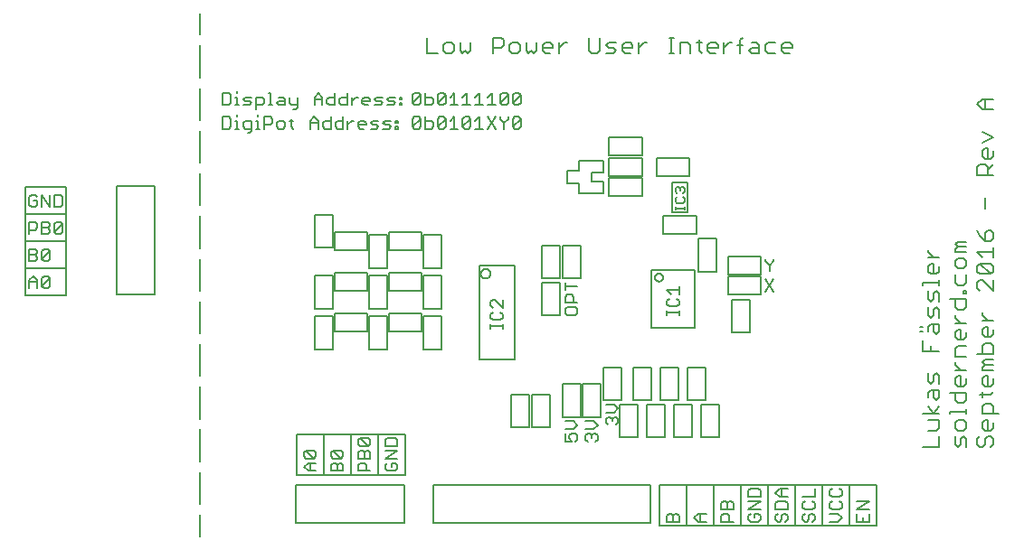
<source format=gto>
G75*
%MOIN*%
%OFA0B0*%
%FSLAX25Y25*%
%IPPOS*%
%LPD*%
%AMOC8*
5,1,8,0,0,1.08239X$1,22.5*
%
%ADD10C,0.00591*%
%ADD11C,0.00600*%
%ADD12C,0.00800*%
D10*
X0122083Y0002022D02*
X0122083Y0009896D01*
X0122083Y0013833D02*
X0122083Y0025644D01*
X0122083Y0029581D02*
X0122083Y0041392D01*
X0122083Y0045329D02*
X0122083Y0057140D01*
X0122083Y0061077D02*
X0122083Y0072888D01*
X0122083Y0076825D02*
X0122083Y0088636D01*
X0122083Y0092573D02*
X0122083Y0104385D01*
X0122083Y0108322D02*
X0122083Y0120133D01*
X0122083Y0124070D02*
X0122083Y0135881D01*
X0122083Y0139818D02*
X0122083Y0151629D01*
X0122083Y0155566D02*
X0122083Y0167377D01*
X0122083Y0171314D02*
X0122083Y0183125D01*
X0122083Y0187062D02*
X0122083Y0194936D01*
X0105461Y0131274D02*
X0091461Y0131274D01*
X0091461Y0091274D01*
X0105461Y0091274D01*
X0105461Y0131274D01*
X0072595Y0130772D02*
X0072595Y0120772D01*
X0057595Y0120772D01*
X0057595Y0110772D01*
X0072595Y0110772D01*
X0072595Y0120772D01*
X0072595Y0130772D02*
X0057595Y0130772D01*
X0057595Y0120772D01*
X0057595Y0110772D02*
X0057595Y0100772D01*
X0072595Y0100772D01*
X0072595Y0110772D01*
X0072595Y0100772D02*
X0072595Y0090772D01*
X0057595Y0090772D01*
X0057595Y0100772D01*
X0164249Y0098125D02*
X0164249Y0085920D01*
X0170942Y0085920D01*
X0170942Y0098125D01*
X0164249Y0098125D01*
X0171493Y0099119D02*
X0171493Y0092426D01*
X0183698Y0092426D01*
X0183698Y0099119D01*
X0171493Y0099119D01*
X0184249Y0098125D02*
X0184249Y0085920D01*
X0190942Y0085920D01*
X0190942Y0098125D01*
X0184249Y0098125D01*
X0184249Y0100920D02*
X0190942Y0100920D01*
X0190942Y0113125D01*
X0184249Y0113125D01*
X0184249Y0100920D01*
X0191493Y0099119D02*
X0191493Y0092426D01*
X0203698Y0092426D01*
X0203698Y0099119D01*
X0191493Y0099119D01*
X0204249Y0098125D02*
X0210942Y0098125D01*
X0210942Y0085920D01*
X0204249Y0085920D01*
X0204249Y0098125D01*
X0204249Y0100920D02*
X0210942Y0100920D01*
X0210942Y0113125D01*
X0204249Y0113125D01*
X0204249Y0100920D01*
X0203698Y0107426D02*
X0191493Y0107426D01*
X0191493Y0114119D01*
X0203698Y0114119D01*
X0203698Y0107426D01*
X0224849Y0101747D02*
X0237841Y0101747D01*
X0237841Y0067298D01*
X0224849Y0067298D01*
X0224849Y0101747D01*
X0225463Y0098897D02*
X0225465Y0098980D01*
X0225471Y0099064D01*
X0225481Y0099147D01*
X0225494Y0099229D01*
X0225512Y0099311D01*
X0225534Y0099391D01*
X0225559Y0099471D01*
X0225588Y0099549D01*
X0225620Y0099626D01*
X0225657Y0099702D01*
X0225696Y0099775D01*
X0225740Y0099846D01*
X0225786Y0099916D01*
X0225836Y0099983D01*
X0225889Y0100048D01*
X0225944Y0100110D01*
X0226003Y0100169D01*
X0226065Y0100226D01*
X0226129Y0100279D01*
X0226195Y0100330D01*
X0226264Y0100377D01*
X0226335Y0100421D01*
X0226408Y0100462D01*
X0226483Y0100499D01*
X0226559Y0100532D01*
X0226637Y0100562D01*
X0226717Y0100588D01*
X0226797Y0100611D01*
X0226878Y0100629D01*
X0226961Y0100644D01*
X0227043Y0100655D01*
X0227127Y0100662D01*
X0227210Y0100665D01*
X0227294Y0100664D01*
X0227377Y0100659D01*
X0227460Y0100650D01*
X0227543Y0100637D01*
X0227624Y0100621D01*
X0227705Y0100600D01*
X0227785Y0100576D01*
X0227864Y0100548D01*
X0227941Y0100516D01*
X0228017Y0100481D01*
X0228091Y0100442D01*
X0228163Y0100400D01*
X0228233Y0100354D01*
X0228300Y0100305D01*
X0228366Y0100253D01*
X0228428Y0100198D01*
X0228489Y0100140D01*
X0228546Y0100079D01*
X0228600Y0100016D01*
X0228651Y0099950D01*
X0228700Y0099881D01*
X0228744Y0099811D01*
X0228786Y0099738D01*
X0228824Y0099664D01*
X0228858Y0099588D01*
X0228889Y0099510D01*
X0228916Y0099431D01*
X0228940Y0099351D01*
X0228959Y0099270D01*
X0228975Y0099188D01*
X0228987Y0099105D01*
X0228995Y0099022D01*
X0228999Y0098939D01*
X0228999Y0098855D01*
X0228995Y0098772D01*
X0228987Y0098689D01*
X0228975Y0098606D01*
X0228959Y0098524D01*
X0228940Y0098443D01*
X0228916Y0098363D01*
X0228889Y0098284D01*
X0228858Y0098206D01*
X0228824Y0098130D01*
X0228786Y0098056D01*
X0228744Y0097983D01*
X0228700Y0097913D01*
X0228651Y0097844D01*
X0228600Y0097778D01*
X0228546Y0097715D01*
X0228489Y0097654D01*
X0228428Y0097596D01*
X0228366Y0097541D01*
X0228300Y0097489D01*
X0228233Y0097440D01*
X0228163Y0097394D01*
X0228091Y0097352D01*
X0228017Y0097313D01*
X0227941Y0097278D01*
X0227864Y0097246D01*
X0227785Y0097218D01*
X0227705Y0097194D01*
X0227624Y0097173D01*
X0227543Y0097157D01*
X0227460Y0097144D01*
X0227377Y0097135D01*
X0227294Y0097130D01*
X0227210Y0097129D01*
X0227127Y0097132D01*
X0227043Y0097139D01*
X0226961Y0097150D01*
X0226878Y0097165D01*
X0226797Y0097183D01*
X0226717Y0097206D01*
X0226637Y0097232D01*
X0226559Y0097262D01*
X0226483Y0097295D01*
X0226408Y0097332D01*
X0226335Y0097373D01*
X0226264Y0097417D01*
X0226195Y0097464D01*
X0226129Y0097515D01*
X0226065Y0097568D01*
X0226003Y0097625D01*
X0225944Y0097684D01*
X0225889Y0097746D01*
X0225836Y0097811D01*
X0225786Y0097878D01*
X0225740Y0097948D01*
X0225696Y0098019D01*
X0225657Y0098092D01*
X0225620Y0098168D01*
X0225588Y0098245D01*
X0225559Y0098323D01*
X0225534Y0098403D01*
X0225512Y0098483D01*
X0225494Y0098565D01*
X0225481Y0098647D01*
X0225471Y0098730D01*
X0225465Y0098814D01*
X0225463Y0098897D01*
X0247999Y0097170D02*
X0247999Y0109375D01*
X0254692Y0109375D01*
X0254692Y0097170D01*
X0247999Y0097170D01*
X0247999Y0095625D02*
X0254692Y0095625D01*
X0254692Y0083420D01*
X0247999Y0083420D01*
X0247999Y0095625D01*
X0255499Y0097170D02*
X0262192Y0097170D01*
X0262192Y0109375D01*
X0255499Y0109375D01*
X0255499Y0097170D01*
X0288471Y0100152D02*
X0304219Y0100152D01*
X0304219Y0078892D01*
X0288471Y0078892D01*
X0288471Y0100152D01*
X0289653Y0097495D02*
X0289655Y0097572D01*
X0289661Y0097648D01*
X0289671Y0097724D01*
X0289685Y0097799D01*
X0289702Y0097874D01*
X0289724Y0097947D01*
X0289749Y0098020D01*
X0289779Y0098091D01*
X0289811Y0098160D01*
X0289848Y0098227D01*
X0289887Y0098293D01*
X0289930Y0098356D01*
X0289977Y0098417D01*
X0290026Y0098476D01*
X0290079Y0098532D01*
X0290134Y0098585D01*
X0290192Y0098635D01*
X0290252Y0098682D01*
X0290315Y0098726D01*
X0290380Y0098767D01*
X0290447Y0098804D01*
X0290516Y0098838D01*
X0290586Y0098868D01*
X0290658Y0098894D01*
X0290732Y0098916D01*
X0290806Y0098935D01*
X0290881Y0098950D01*
X0290957Y0098961D01*
X0291033Y0098968D01*
X0291110Y0098971D01*
X0291186Y0098970D01*
X0291263Y0098965D01*
X0291339Y0098956D01*
X0291415Y0098943D01*
X0291489Y0098926D01*
X0291563Y0098906D01*
X0291636Y0098881D01*
X0291707Y0098853D01*
X0291777Y0098821D01*
X0291845Y0098786D01*
X0291911Y0098747D01*
X0291975Y0098705D01*
X0292036Y0098659D01*
X0292096Y0098610D01*
X0292152Y0098559D01*
X0292206Y0098504D01*
X0292257Y0098447D01*
X0292305Y0098387D01*
X0292350Y0098325D01*
X0292391Y0098260D01*
X0292429Y0098194D01*
X0292464Y0098126D01*
X0292494Y0098055D01*
X0292522Y0097984D01*
X0292545Y0097911D01*
X0292565Y0097837D01*
X0292581Y0097762D01*
X0292593Y0097686D01*
X0292601Y0097610D01*
X0292605Y0097533D01*
X0292605Y0097457D01*
X0292601Y0097380D01*
X0292593Y0097304D01*
X0292581Y0097228D01*
X0292565Y0097153D01*
X0292545Y0097079D01*
X0292522Y0097006D01*
X0292494Y0096935D01*
X0292464Y0096864D01*
X0292429Y0096796D01*
X0292391Y0096730D01*
X0292350Y0096665D01*
X0292305Y0096603D01*
X0292257Y0096543D01*
X0292206Y0096486D01*
X0292152Y0096431D01*
X0292096Y0096380D01*
X0292036Y0096331D01*
X0291975Y0096285D01*
X0291911Y0096243D01*
X0291845Y0096204D01*
X0291777Y0096169D01*
X0291707Y0096137D01*
X0291636Y0096109D01*
X0291563Y0096084D01*
X0291489Y0096064D01*
X0291415Y0096047D01*
X0291339Y0096034D01*
X0291263Y0096025D01*
X0291186Y0096020D01*
X0291110Y0096019D01*
X0291033Y0096022D01*
X0290957Y0096029D01*
X0290881Y0096040D01*
X0290806Y0096055D01*
X0290732Y0096074D01*
X0290658Y0096096D01*
X0290586Y0096122D01*
X0290516Y0096152D01*
X0290447Y0096186D01*
X0290380Y0096223D01*
X0290315Y0096264D01*
X0290252Y0096308D01*
X0290192Y0096355D01*
X0290134Y0096405D01*
X0290079Y0096458D01*
X0290026Y0096514D01*
X0289977Y0096573D01*
X0289930Y0096634D01*
X0289887Y0096697D01*
X0289848Y0096763D01*
X0289811Y0096830D01*
X0289779Y0096899D01*
X0289749Y0096970D01*
X0289724Y0097043D01*
X0289702Y0097116D01*
X0289685Y0097191D01*
X0289671Y0097266D01*
X0289661Y0097342D01*
X0289655Y0097418D01*
X0289653Y0097495D01*
X0305499Y0099670D02*
X0312192Y0099670D01*
X0312192Y0111875D01*
X0305499Y0111875D01*
X0305499Y0099670D01*
X0316493Y0098676D02*
X0316493Y0105369D01*
X0328698Y0105369D01*
X0328698Y0098676D01*
X0316493Y0098676D01*
X0316493Y0097869D02*
X0316493Y0091176D01*
X0328698Y0091176D01*
X0328698Y0097869D01*
X0316493Y0097869D01*
X0317999Y0089375D02*
X0317999Y0077170D01*
X0324692Y0077170D01*
X0324692Y0089375D01*
X0317999Y0089375D01*
X0304948Y0113676D02*
X0292743Y0113676D01*
X0292743Y0120369D01*
X0304948Y0120369D01*
X0304948Y0113676D01*
X0301601Y0121510D02*
X0296089Y0121510D01*
X0296089Y0132534D01*
X0301601Y0132534D01*
X0301601Y0121510D01*
X0284948Y0127426D02*
X0284948Y0134119D01*
X0272743Y0134119D01*
X0272743Y0127426D01*
X0284948Y0127426D01*
X0284948Y0134926D02*
X0272743Y0134926D01*
X0272743Y0141619D01*
X0284948Y0141619D01*
X0284948Y0134926D01*
X0290243Y0134926D02*
X0302448Y0134926D01*
X0302448Y0141619D01*
X0290243Y0141619D01*
X0290243Y0134926D01*
X0284948Y0142426D02*
X0272743Y0142426D01*
X0272743Y0149119D01*
X0284948Y0149119D01*
X0284948Y0142426D01*
X0270538Y0140428D02*
X0270538Y0136097D01*
X0266207Y0136097D01*
X0266207Y0132948D01*
X0270538Y0132948D01*
X0270538Y0128617D01*
X0261483Y0128617D01*
X0261483Y0132160D01*
X0257152Y0132160D01*
X0257152Y0136885D01*
X0261483Y0136885D01*
X0261483Y0140428D01*
X0270538Y0140428D01*
X0183698Y0114119D02*
X0183698Y0107426D01*
X0171493Y0107426D01*
X0171493Y0114119D01*
X0183698Y0114119D01*
X0170942Y0108420D02*
X0170942Y0120625D01*
X0164249Y0120625D01*
X0164249Y0108420D01*
X0170942Y0108420D01*
X0171493Y0084119D02*
X0171493Y0077426D01*
X0183698Y0077426D01*
X0183698Y0084119D01*
X0171493Y0084119D01*
X0170942Y0083125D02*
X0164249Y0083125D01*
X0164249Y0070920D01*
X0170942Y0070920D01*
X0170942Y0083125D01*
X0184249Y0083125D02*
X0184249Y0070920D01*
X0190942Y0070920D01*
X0190942Y0083125D01*
X0184249Y0083125D01*
X0191493Y0084119D02*
X0191493Y0077426D01*
X0203698Y0077426D01*
X0203698Y0084119D01*
X0191493Y0084119D01*
X0204249Y0083125D02*
X0210942Y0083125D01*
X0210942Y0070920D01*
X0204249Y0070920D01*
X0204249Y0083125D01*
X0255499Y0058125D02*
X0255499Y0045920D01*
X0262192Y0045920D01*
X0262192Y0058125D01*
X0255499Y0058125D01*
X0262999Y0058125D02*
X0262999Y0045920D01*
X0269692Y0045920D01*
X0269692Y0058125D01*
X0262999Y0058125D01*
X0270499Y0052170D02*
X0270499Y0064375D01*
X0277192Y0064375D01*
X0277192Y0052170D01*
X0270499Y0052170D01*
X0276749Y0050625D02*
X0283442Y0050625D01*
X0283442Y0038420D01*
X0276749Y0038420D01*
X0276749Y0050625D01*
X0281749Y0052170D02*
X0288442Y0052170D01*
X0288442Y0064375D01*
X0281749Y0064375D01*
X0281749Y0052170D01*
X0286749Y0050625D02*
X0293442Y0050625D01*
X0293442Y0038420D01*
X0286749Y0038420D01*
X0286749Y0050625D01*
X0291749Y0052170D02*
X0298442Y0052170D01*
X0298442Y0064375D01*
X0291749Y0064375D01*
X0291749Y0052170D01*
X0296749Y0050625D02*
X0303442Y0050625D01*
X0303442Y0038420D01*
X0296749Y0038420D01*
X0296749Y0050625D01*
X0301749Y0052170D02*
X0308442Y0052170D01*
X0308442Y0064375D01*
X0301749Y0064375D01*
X0301749Y0052170D01*
X0306749Y0050625D02*
X0313442Y0050625D01*
X0313442Y0038420D01*
X0306749Y0038420D01*
X0306749Y0050625D01*
X0311345Y0020772D02*
X0301345Y0020772D01*
X0301345Y0005772D01*
X0291345Y0005772D01*
X0291345Y0020772D01*
X0301345Y0020772D01*
X0311345Y0020772D02*
X0311345Y0005772D01*
X0301345Y0005772D01*
X0311345Y0005772D02*
X0321345Y0005772D01*
X0321345Y0020772D01*
X0331345Y0020772D01*
X0331345Y0005772D01*
X0321345Y0005772D01*
X0331345Y0005772D02*
X0341345Y0005772D01*
X0341345Y0020772D01*
X0351345Y0020772D01*
X0351345Y0005772D01*
X0341345Y0005772D01*
X0351345Y0005772D02*
X0361345Y0005772D01*
X0361345Y0020772D01*
X0371345Y0020772D01*
X0371345Y0005772D01*
X0361345Y0005772D01*
X0361345Y0020772D02*
X0351345Y0020772D01*
X0341345Y0020772D02*
X0331345Y0020772D01*
X0321345Y0020772D02*
X0311345Y0020772D01*
X0288068Y0020833D02*
X0288068Y0006833D01*
X0208068Y0006833D01*
X0208068Y0020833D01*
X0288068Y0020833D01*
X0250942Y0042170D02*
X0250942Y0054375D01*
X0244249Y0054375D01*
X0244249Y0042170D01*
X0250942Y0042170D01*
X0243442Y0042170D02*
X0243442Y0054375D01*
X0236749Y0054375D01*
X0236749Y0042170D01*
X0243442Y0042170D01*
X0197595Y0039522D02*
X0197595Y0024522D01*
X0187595Y0024522D01*
X0187595Y0039522D01*
X0177595Y0039522D01*
X0177595Y0024522D01*
X0187595Y0024522D01*
X0197201Y0020833D02*
X0197201Y0006833D01*
X0157201Y0006833D01*
X0157201Y0020833D01*
X0197201Y0020833D01*
X0177595Y0024522D02*
X0167595Y0024522D01*
X0167595Y0039522D01*
X0157595Y0039522D01*
X0157595Y0024522D01*
X0167595Y0024522D01*
X0167595Y0039522D02*
X0177595Y0039522D01*
X0187595Y0039522D02*
X0197595Y0039522D01*
D11*
X0194795Y0037482D02*
X0194061Y0038216D01*
X0191125Y0038216D01*
X0190391Y0037482D01*
X0190391Y0035280D01*
X0194795Y0035280D01*
X0194795Y0037482D01*
X0194795Y0033612D02*
X0190391Y0033612D01*
X0190391Y0030676D02*
X0194795Y0033612D01*
X0194795Y0030676D02*
X0190391Y0030676D01*
X0191125Y0029008D02*
X0190391Y0028274D01*
X0190391Y0026806D01*
X0191125Y0026072D01*
X0194061Y0026072D01*
X0194795Y0026806D01*
X0194795Y0028274D01*
X0194061Y0029008D01*
X0192593Y0029008D01*
X0192593Y0027540D01*
X0184795Y0026072D02*
X0180391Y0026072D01*
X0180391Y0028274D01*
X0181125Y0029008D01*
X0182593Y0029008D01*
X0183327Y0028274D01*
X0183327Y0026072D01*
X0182593Y0030676D02*
X0182593Y0032878D01*
X0183327Y0033612D01*
X0184061Y0033612D01*
X0184795Y0032878D01*
X0184795Y0030676D01*
X0180391Y0030676D01*
X0180391Y0032878D01*
X0181125Y0033612D01*
X0181859Y0033612D01*
X0182593Y0032878D01*
X0181125Y0035280D02*
X0180391Y0036014D01*
X0180391Y0037482D01*
X0181125Y0038216D01*
X0184061Y0035280D01*
X0184795Y0036014D01*
X0184795Y0037482D01*
X0184061Y0038216D01*
X0181125Y0038216D01*
X0181125Y0035280D02*
X0184061Y0035280D01*
X0174795Y0032878D02*
X0174795Y0031410D01*
X0174061Y0030676D01*
X0171125Y0033612D01*
X0174061Y0033612D01*
X0174795Y0032878D01*
X0174061Y0030676D02*
X0171125Y0030676D01*
X0170391Y0031410D01*
X0170391Y0032878D01*
X0171125Y0033612D01*
X0171125Y0029008D02*
X0171859Y0029008D01*
X0172593Y0028274D01*
X0172593Y0026072D01*
X0170391Y0026072D02*
X0170391Y0028274D01*
X0171125Y0029008D01*
X0172593Y0028274D02*
X0173327Y0029008D01*
X0174061Y0029008D01*
X0174795Y0028274D01*
X0174795Y0026072D01*
X0170391Y0026072D01*
X0164795Y0026072D02*
X0161859Y0026072D01*
X0160391Y0027540D01*
X0161859Y0029008D01*
X0164795Y0029008D01*
X0164061Y0030676D02*
X0161125Y0033612D01*
X0164061Y0033612D01*
X0164795Y0032878D01*
X0164795Y0031410D01*
X0164061Y0030676D01*
X0161125Y0030676D01*
X0160391Y0031410D01*
X0160391Y0032878D01*
X0161125Y0033612D01*
X0162593Y0029008D02*
X0162593Y0026072D01*
X0256641Y0036864D02*
X0258843Y0036864D01*
X0258109Y0038332D01*
X0258109Y0039066D01*
X0258843Y0039800D01*
X0260311Y0039800D01*
X0261045Y0039066D01*
X0261045Y0037598D01*
X0260311Y0036864D01*
X0256641Y0036864D02*
X0256641Y0039800D01*
X0256641Y0041468D02*
X0259577Y0041468D01*
X0261045Y0042936D01*
X0259577Y0044404D01*
X0256641Y0044404D01*
X0264141Y0044404D02*
X0267077Y0044404D01*
X0268545Y0042936D01*
X0267077Y0041468D01*
X0264141Y0041468D01*
X0264875Y0039800D02*
X0265609Y0039800D01*
X0266343Y0039066D01*
X0267077Y0039800D01*
X0267811Y0039800D01*
X0268545Y0039066D01*
X0268545Y0037598D01*
X0267811Y0036864D01*
X0266343Y0038332D02*
X0266343Y0039066D01*
X0264875Y0039800D02*
X0264141Y0039066D01*
X0264141Y0037598D01*
X0264875Y0036864D01*
X0271641Y0043848D02*
X0271641Y0045316D01*
X0272375Y0046050D01*
X0273109Y0046050D01*
X0273843Y0045316D01*
X0274577Y0046050D01*
X0275311Y0046050D01*
X0276045Y0045316D01*
X0276045Y0043848D01*
X0275311Y0043114D01*
X0273843Y0044582D02*
X0273843Y0045316D01*
X0274577Y0047718D02*
X0276045Y0049186D01*
X0274577Y0050654D01*
X0271641Y0050654D01*
X0271641Y0047718D02*
X0274577Y0047718D01*
X0271641Y0043848D02*
X0272375Y0043114D01*
X0324141Y0018732D02*
X0324141Y0016530D01*
X0328545Y0016530D01*
X0328545Y0018732D01*
X0327811Y0019466D01*
X0324875Y0019466D01*
X0324141Y0018732D01*
X0324141Y0014862D02*
X0328545Y0014862D01*
X0324141Y0011926D01*
X0328545Y0011926D01*
X0327811Y0010258D02*
X0326343Y0010258D01*
X0326343Y0008790D01*
X0324875Y0007322D02*
X0327811Y0007322D01*
X0328545Y0008056D01*
X0328545Y0009524D01*
X0327811Y0010258D01*
X0324875Y0010258D02*
X0324141Y0009524D01*
X0324141Y0008056D01*
X0324875Y0007322D01*
X0318545Y0007322D02*
X0314141Y0007322D01*
X0314141Y0009524D01*
X0314875Y0010258D01*
X0316343Y0010258D01*
X0317077Y0009524D01*
X0317077Y0007322D01*
X0316343Y0011926D02*
X0316343Y0014128D01*
X0317077Y0014862D01*
X0317811Y0014862D01*
X0318545Y0014128D01*
X0318545Y0011926D01*
X0314141Y0011926D01*
X0314141Y0014128D01*
X0314875Y0014862D01*
X0315609Y0014862D01*
X0316343Y0014128D01*
X0308545Y0010258D02*
X0305609Y0010258D01*
X0304141Y0008790D01*
X0305609Y0007322D01*
X0308545Y0007322D01*
X0306343Y0007322D02*
X0306343Y0010258D01*
X0298545Y0009524D02*
X0298545Y0007322D01*
X0294141Y0007322D01*
X0294141Y0009524D01*
X0294875Y0010258D01*
X0295609Y0010258D01*
X0296343Y0009524D01*
X0296343Y0007322D01*
X0296343Y0009524D02*
X0297077Y0010258D01*
X0297811Y0010258D01*
X0298545Y0009524D01*
X0334141Y0009524D02*
X0334141Y0008056D01*
X0334875Y0007322D01*
X0335609Y0007322D01*
X0336343Y0008056D01*
X0336343Y0009524D01*
X0337077Y0010258D01*
X0337811Y0010258D01*
X0338545Y0009524D01*
X0338545Y0008056D01*
X0337811Y0007322D01*
X0334875Y0010258D02*
X0334141Y0009524D01*
X0334141Y0011926D02*
X0334141Y0014128D01*
X0334875Y0014862D01*
X0337811Y0014862D01*
X0338545Y0014128D01*
X0338545Y0011926D01*
X0334141Y0011926D01*
X0335609Y0016530D02*
X0334141Y0017998D01*
X0335609Y0019466D01*
X0338545Y0019466D01*
X0336343Y0019466D02*
X0336343Y0016530D01*
X0335609Y0016530D02*
X0338545Y0016530D01*
X0344141Y0016530D02*
X0348545Y0016530D01*
X0348545Y0019466D01*
X0354141Y0018732D02*
X0354141Y0017264D01*
X0354875Y0016530D01*
X0357811Y0016530D01*
X0358545Y0017264D01*
X0358545Y0018732D01*
X0357811Y0019466D01*
X0354875Y0019466D02*
X0354141Y0018732D01*
X0354875Y0014862D02*
X0354141Y0014128D01*
X0354141Y0012660D01*
X0354875Y0011926D01*
X0357811Y0011926D01*
X0358545Y0012660D01*
X0358545Y0014128D01*
X0357811Y0014862D01*
X0364141Y0014862D02*
X0368545Y0014862D01*
X0364141Y0011926D01*
X0368545Y0011926D01*
X0368545Y0010258D02*
X0368545Y0007322D01*
X0364141Y0007322D01*
X0364141Y0010258D01*
X0366343Y0008790D02*
X0366343Y0007322D01*
X0358545Y0008790D02*
X0357077Y0010258D01*
X0354141Y0010258D01*
X0354141Y0007322D02*
X0357077Y0007322D01*
X0358545Y0008790D01*
X0348545Y0008056D02*
X0347811Y0007322D01*
X0348545Y0008056D02*
X0348545Y0009524D01*
X0347811Y0010258D01*
X0347077Y0010258D01*
X0346343Y0009524D01*
X0346343Y0008056D01*
X0345609Y0007322D01*
X0344875Y0007322D01*
X0344141Y0008056D01*
X0344141Y0009524D01*
X0344875Y0010258D01*
X0344875Y0011926D02*
X0347811Y0011926D01*
X0348545Y0012660D01*
X0348545Y0014128D01*
X0347811Y0014862D01*
X0344875Y0014862D02*
X0344141Y0014128D01*
X0344141Y0012660D01*
X0344875Y0011926D01*
X0233545Y0078684D02*
X0233545Y0080152D01*
X0233545Y0079418D02*
X0229141Y0079418D01*
X0229141Y0078684D02*
X0229141Y0080152D01*
X0229875Y0081753D02*
X0232811Y0081753D01*
X0233545Y0082487D01*
X0233545Y0083955D01*
X0232811Y0084689D01*
X0233545Y0086357D02*
X0230609Y0089293D01*
X0229875Y0089293D01*
X0229141Y0088559D01*
X0229141Y0087091D01*
X0229875Y0086357D01*
X0229875Y0084689D02*
X0229141Y0083955D01*
X0229141Y0082487D01*
X0229875Y0081753D01*
X0233545Y0086357D02*
X0233545Y0089293D01*
X0256641Y0090378D02*
X0256641Y0088176D01*
X0261045Y0088176D01*
X0259577Y0088176D02*
X0259577Y0090378D01*
X0258843Y0091112D01*
X0257375Y0091112D01*
X0256641Y0090378D01*
X0256641Y0092780D02*
X0256641Y0095716D01*
X0256641Y0094248D02*
X0261045Y0094248D01*
X0260311Y0086508D02*
X0257375Y0086508D01*
X0256641Y0085774D01*
X0256641Y0084306D01*
X0257375Y0083572D01*
X0260311Y0083572D01*
X0261045Y0084306D01*
X0261045Y0085774D01*
X0260311Y0086508D01*
X0294141Y0087487D02*
X0294875Y0086753D01*
X0297811Y0086753D01*
X0298545Y0087487D01*
X0298545Y0088955D01*
X0297811Y0089689D01*
X0298545Y0091357D02*
X0298545Y0094293D01*
X0298545Y0092825D02*
X0294141Y0092825D01*
X0295609Y0091357D01*
X0294875Y0089689D02*
X0294141Y0088955D01*
X0294141Y0087487D01*
X0294141Y0085152D02*
X0294141Y0083684D01*
X0294141Y0084418D02*
X0298545Y0084418D01*
X0298545Y0083684D02*
X0298545Y0085152D01*
X0330395Y0092322D02*
X0333331Y0096726D01*
X0330395Y0096726D02*
X0333331Y0092322D01*
X0331863Y0099822D02*
X0331863Y0102024D01*
X0333331Y0103492D01*
X0333331Y0104226D01*
X0331863Y0102024D02*
X0330395Y0103492D01*
X0330395Y0104226D01*
X0300514Y0122489D02*
X0300514Y0123602D01*
X0300514Y0123045D02*
X0297174Y0123045D01*
X0297174Y0122489D02*
X0297174Y0123602D01*
X0297730Y0124906D02*
X0299957Y0124906D01*
X0300514Y0125462D01*
X0300514Y0126575D01*
X0299957Y0127132D01*
X0299957Y0128531D02*
X0300514Y0129087D01*
X0300514Y0130201D01*
X0299957Y0130757D01*
X0299400Y0130757D01*
X0298844Y0130201D01*
X0298844Y0129644D01*
X0298844Y0130201D02*
X0298287Y0130757D01*
X0297730Y0130757D01*
X0297174Y0130201D01*
X0297174Y0129087D01*
X0297730Y0128531D01*
X0297730Y0127132D02*
X0297174Y0126575D01*
X0297174Y0125462D01*
X0297730Y0124906D01*
X0261639Y0137013D02*
X0261639Y0140122D01*
X0240162Y0153056D02*
X0239428Y0152322D01*
X0237960Y0152322D01*
X0237227Y0153056D01*
X0240162Y0155992D01*
X0240162Y0153056D01*
X0237227Y0153056D02*
X0237227Y0155992D01*
X0237960Y0156726D01*
X0239428Y0156726D01*
X0240162Y0155992D01*
X0235558Y0155992D02*
X0234091Y0154524D01*
X0234091Y0152322D01*
X0234091Y0154524D02*
X0232623Y0155992D01*
X0232623Y0156726D01*
X0230955Y0156726D02*
X0228019Y0152322D01*
X0226351Y0152322D02*
X0223415Y0152322D01*
X0224883Y0152322D02*
X0224883Y0156726D01*
X0223415Y0155258D01*
X0221747Y0155992D02*
X0218811Y0153056D01*
X0219545Y0152322D01*
X0221013Y0152322D01*
X0221747Y0153056D01*
X0221747Y0155992D01*
X0221013Y0156726D01*
X0219545Y0156726D01*
X0218811Y0155992D01*
X0218811Y0153056D01*
X0217143Y0152322D02*
X0214207Y0152322D01*
X0215675Y0152322D02*
X0215675Y0156726D01*
X0214207Y0155258D01*
X0212539Y0155992D02*
X0209603Y0153056D01*
X0210337Y0152322D01*
X0211805Y0152322D01*
X0212539Y0153056D01*
X0212539Y0155992D01*
X0211805Y0156726D01*
X0210337Y0156726D01*
X0209603Y0155992D01*
X0209603Y0153056D01*
X0207935Y0153056D02*
X0207935Y0154524D01*
X0207201Y0155258D01*
X0204999Y0155258D01*
X0204999Y0156726D02*
X0204999Y0152322D01*
X0207201Y0152322D01*
X0207935Y0153056D01*
X0203331Y0153056D02*
X0203331Y0155992D01*
X0200395Y0153056D01*
X0201129Y0152322D01*
X0202597Y0152322D01*
X0203331Y0153056D01*
X0200395Y0153056D02*
X0200395Y0155992D01*
X0201129Y0156726D01*
X0202597Y0156726D01*
X0203331Y0155992D01*
X0202597Y0161072D02*
X0201129Y0161072D01*
X0200395Y0161806D01*
X0203331Y0164742D01*
X0203331Y0161806D01*
X0202597Y0161072D01*
X0200395Y0161806D02*
X0200395Y0164742D01*
X0201129Y0165476D01*
X0202597Y0165476D01*
X0203331Y0164742D01*
X0204999Y0164008D02*
X0207201Y0164008D01*
X0207935Y0163274D01*
X0207935Y0161806D01*
X0207201Y0161072D01*
X0204999Y0161072D01*
X0204999Y0165476D01*
X0209603Y0164742D02*
X0210337Y0165476D01*
X0211805Y0165476D01*
X0212539Y0164742D01*
X0209603Y0161806D01*
X0210337Y0161072D01*
X0211805Y0161072D01*
X0212539Y0161806D01*
X0212539Y0164742D01*
X0214207Y0164008D02*
X0215675Y0165476D01*
X0215675Y0161072D01*
X0214207Y0161072D02*
X0217143Y0161072D01*
X0218811Y0161072D02*
X0221747Y0161072D01*
X0220279Y0161072D02*
X0220279Y0165476D01*
X0218811Y0164008D01*
X0223415Y0164008D02*
X0224883Y0165476D01*
X0224883Y0161072D01*
X0223415Y0161072D02*
X0226351Y0161072D01*
X0228019Y0161072D02*
X0230955Y0161072D01*
X0229487Y0161072D02*
X0229487Y0165476D01*
X0228019Y0164008D01*
X0232623Y0164742D02*
X0232623Y0161806D01*
X0235558Y0164742D01*
X0235558Y0161806D01*
X0234824Y0161072D01*
X0233357Y0161072D01*
X0232623Y0161806D01*
X0237227Y0161806D02*
X0240162Y0164742D01*
X0240162Y0161806D01*
X0239428Y0161072D01*
X0237960Y0161072D01*
X0237227Y0161806D01*
X0237227Y0164742D01*
X0237960Y0165476D01*
X0239428Y0165476D01*
X0240162Y0164742D01*
X0235558Y0164742D02*
X0234824Y0165476D01*
X0233357Y0165476D01*
X0232623Y0164742D01*
X0235558Y0156726D02*
X0235558Y0155992D01*
X0230955Y0152322D02*
X0228019Y0156726D01*
X0209603Y0161806D02*
X0209603Y0164742D01*
X0196351Y0164008D02*
X0196351Y0163274D01*
X0195617Y0163274D01*
X0195617Y0164008D01*
X0196351Y0164008D01*
X0196351Y0161806D02*
X0196351Y0161072D01*
X0195617Y0161072D01*
X0195617Y0161806D01*
X0196351Y0161806D01*
X0193949Y0161806D02*
X0193215Y0162540D01*
X0191747Y0162540D01*
X0191013Y0163274D01*
X0191747Y0164008D01*
X0193949Y0164008D01*
X0193949Y0161806D02*
X0193215Y0161072D01*
X0191013Y0161072D01*
X0189345Y0161806D02*
X0188611Y0162540D01*
X0187144Y0162540D01*
X0186410Y0163274D01*
X0187144Y0164008D01*
X0189345Y0164008D01*
X0189345Y0161806D02*
X0188611Y0161072D01*
X0186410Y0161072D01*
X0184741Y0162540D02*
X0181806Y0162540D01*
X0181806Y0161806D02*
X0181806Y0163274D01*
X0182540Y0164008D01*
X0184007Y0164008D01*
X0184741Y0163274D01*
X0184741Y0162540D01*
X0184007Y0161072D02*
X0182540Y0161072D01*
X0181806Y0161806D01*
X0180171Y0164008D02*
X0179437Y0164008D01*
X0177969Y0162540D01*
X0177969Y0161072D02*
X0177969Y0164008D01*
X0176301Y0164008D02*
X0174099Y0164008D01*
X0173365Y0163274D01*
X0173365Y0161806D01*
X0174099Y0161072D01*
X0176301Y0161072D01*
X0176301Y0165476D01*
X0171697Y0165476D02*
X0171697Y0161072D01*
X0169495Y0161072D01*
X0168761Y0161806D01*
X0168761Y0163274D01*
X0169495Y0164008D01*
X0171697Y0164008D01*
X0167093Y0164008D02*
X0167093Y0161072D01*
X0167093Y0163274D02*
X0164157Y0163274D01*
X0164157Y0164008D02*
X0165625Y0165476D01*
X0167093Y0164008D01*
X0164157Y0164008D02*
X0164157Y0161072D01*
X0157885Y0161072D02*
X0155683Y0161072D01*
X0154949Y0161806D01*
X0154949Y0164008D01*
X0153281Y0163274D02*
X0153281Y0161072D01*
X0151079Y0161072D01*
X0150345Y0161806D01*
X0151079Y0162540D01*
X0153281Y0162540D01*
X0153281Y0163274D02*
X0152547Y0164008D01*
X0151079Y0164008D01*
X0148010Y0165476D02*
X0148010Y0161072D01*
X0147276Y0161072D02*
X0148744Y0161072D01*
X0145608Y0161806D02*
X0145608Y0163274D01*
X0144874Y0164008D01*
X0142672Y0164008D01*
X0142672Y0159604D01*
X0142672Y0161072D02*
X0144874Y0161072D01*
X0145608Y0161806D01*
X0141004Y0161806D02*
X0140270Y0162540D01*
X0138802Y0162540D01*
X0138068Y0163274D01*
X0138802Y0164008D01*
X0141004Y0164008D01*
X0141004Y0161806D02*
X0140270Y0161072D01*
X0138068Y0161072D01*
X0136467Y0161072D02*
X0134999Y0161072D01*
X0135733Y0161072D02*
X0135733Y0164008D01*
X0134999Y0164008D01*
X0135733Y0165476D02*
X0135733Y0166210D01*
X0133331Y0164742D02*
X0132597Y0165476D01*
X0130395Y0165476D01*
X0130395Y0161072D01*
X0132597Y0161072D01*
X0133331Y0161806D01*
X0133331Y0164742D01*
X0147276Y0165476D02*
X0148010Y0165476D01*
X0157885Y0164008D02*
X0157885Y0160338D01*
X0157151Y0159604D01*
X0156417Y0159604D01*
X0155683Y0155992D02*
X0155683Y0153056D01*
X0156417Y0152322D01*
X0156417Y0155258D02*
X0154949Y0155258D01*
X0153281Y0154524D02*
X0152547Y0155258D01*
X0151079Y0155258D01*
X0150345Y0154524D01*
X0150345Y0153056D01*
X0151079Y0152322D01*
X0152547Y0152322D01*
X0153281Y0153056D01*
X0153281Y0154524D01*
X0148677Y0154524D02*
X0148677Y0155992D01*
X0147943Y0156726D01*
X0145742Y0156726D01*
X0145742Y0152322D01*
X0145742Y0153790D02*
X0147943Y0153790D01*
X0148677Y0154524D01*
X0144140Y0152322D02*
X0142672Y0152322D01*
X0143406Y0152322D02*
X0143406Y0155258D01*
X0142672Y0155258D01*
X0143406Y0156726D02*
X0143406Y0157460D01*
X0141004Y0155258D02*
X0138802Y0155258D01*
X0138068Y0154524D01*
X0138068Y0153056D01*
X0138802Y0152322D01*
X0141004Y0152322D01*
X0141004Y0151588D02*
X0141004Y0155258D01*
X0141004Y0151588D02*
X0140270Y0150854D01*
X0139536Y0150854D01*
X0136467Y0152322D02*
X0134999Y0152322D01*
X0135733Y0152322D02*
X0135733Y0155258D01*
X0134999Y0155258D01*
X0135733Y0156726D02*
X0135733Y0157460D01*
X0133331Y0155992D02*
X0132597Y0156726D01*
X0130395Y0156726D01*
X0130395Y0152322D01*
X0132597Y0152322D01*
X0133331Y0153056D01*
X0133331Y0155992D01*
X0162623Y0155258D02*
X0162623Y0152322D01*
X0162623Y0154524D02*
X0165558Y0154524D01*
X0165558Y0155258D02*
X0165558Y0152322D01*
X0167227Y0153056D02*
X0167227Y0154524D01*
X0167960Y0155258D01*
X0170162Y0155258D01*
X0170162Y0156726D02*
X0170162Y0152322D01*
X0167960Y0152322D01*
X0167227Y0153056D01*
X0165558Y0155258D02*
X0164091Y0156726D01*
X0162623Y0155258D01*
X0171830Y0154524D02*
X0171830Y0153056D01*
X0172564Y0152322D01*
X0174766Y0152322D01*
X0174766Y0156726D01*
X0174766Y0155258D02*
X0172564Y0155258D01*
X0171830Y0154524D01*
X0176434Y0153790D02*
X0177902Y0155258D01*
X0178636Y0155258D01*
X0180271Y0154524D02*
X0181005Y0155258D01*
X0182473Y0155258D01*
X0183207Y0154524D01*
X0183207Y0153790D01*
X0180271Y0153790D01*
X0180271Y0153056D02*
X0180271Y0154524D01*
X0180271Y0153056D02*
X0181005Y0152322D01*
X0182473Y0152322D01*
X0184875Y0152322D02*
X0187077Y0152322D01*
X0187811Y0153056D01*
X0187077Y0153790D01*
X0185609Y0153790D01*
X0184875Y0154524D01*
X0185609Y0155258D01*
X0187811Y0155258D01*
X0189479Y0154524D02*
X0190213Y0155258D01*
X0192415Y0155258D01*
X0191681Y0153790D02*
X0190213Y0153790D01*
X0189479Y0154524D01*
X0189479Y0152322D02*
X0191681Y0152322D01*
X0192415Y0153056D01*
X0191681Y0153790D01*
X0194083Y0153056D02*
X0194083Y0152322D01*
X0194817Y0152322D01*
X0194817Y0153056D01*
X0194083Y0153056D01*
X0194083Y0154524D02*
X0194083Y0155258D01*
X0194817Y0155258D01*
X0194817Y0154524D01*
X0194083Y0154524D01*
X0176434Y0155258D02*
X0176434Y0152322D01*
X0071289Y0127242D02*
X0071289Y0124306D01*
X0070555Y0123572D01*
X0068353Y0123572D01*
X0068353Y0127976D01*
X0070555Y0127976D01*
X0071289Y0127242D01*
X0066685Y0127976D02*
X0066685Y0123572D01*
X0063749Y0127976D01*
X0063749Y0123572D01*
X0062081Y0124306D02*
X0062081Y0125774D01*
X0060613Y0125774D01*
X0059145Y0124306D02*
X0059879Y0123572D01*
X0061347Y0123572D01*
X0062081Y0124306D01*
X0059145Y0124306D02*
X0059145Y0127242D01*
X0059879Y0127976D01*
X0061347Y0127976D01*
X0062081Y0127242D01*
X0061347Y0117976D02*
X0059145Y0117976D01*
X0059145Y0113572D01*
X0059145Y0115040D02*
X0061347Y0115040D01*
X0062081Y0115774D01*
X0062081Y0117242D01*
X0061347Y0117976D01*
X0063749Y0117976D02*
X0065951Y0117976D01*
X0066685Y0117242D01*
X0066685Y0116508D01*
X0065951Y0115774D01*
X0063749Y0115774D01*
X0063749Y0113572D02*
X0065951Y0113572D01*
X0066685Y0114306D01*
X0066685Y0115040D01*
X0065951Y0115774D01*
X0068353Y0114306D02*
X0071289Y0117242D01*
X0071289Y0114306D01*
X0070555Y0113572D01*
X0069087Y0113572D01*
X0068353Y0114306D01*
X0068353Y0117242D01*
X0069087Y0117976D01*
X0070555Y0117976D01*
X0071289Y0117242D01*
X0063749Y0117976D02*
X0063749Y0113572D01*
X0064483Y0107976D02*
X0065951Y0107976D01*
X0066685Y0107242D01*
X0063749Y0104306D01*
X0064483Y0103572D01*
X0065951Y0103572D01*
X0066685Y0104306D01*
X0066685Y0107242D01*
X0064483Y0107976D02*
X0063749Y0107242D01*
X0063749Y0104306D01*
X0062081Y0104306D02*
X0062081Y0105040D01*
X0061347Y0105774D01*
X0059145Y0105774D01*
X0059145Y0103572D02*
X0061347Y0103572D01*
X0062081Y0104306D01*
X0061347Y0105774D02*
X0062081Y0106508D01*
X0062081Y0107242D01*
X0061347Y0107976D01*
X0059145Y0107976D01*
X0059145Y0103572D01*
X0060613Y0097976D02*
X0062081Y0096508D01*
X0062081Y0093572D01*
X0063749Y0094306D02*
X0066685Y0097242D01*
X0066685Y0094306D01*
X0065951Y0093572D01*
X0064483Y0093572D01*
X0063749Y0094306D01*
X0063749Y0097242D01*
X0064483Y0097976D01*
X0065951Y0097976D01*
X0066685Y0097242D01*
X0062081Y0095774D02*
X0059145Y0095774D01*
X0059145Y0096508D02*
X0060613Y0097976D01*
X0059145Y0096508D02*
X0059145Y0093572D01*
D12*
X0205690Y0180225D02*
X0209560Y0180225D01*
X0211767Y0181192D02*
X0212734Y0180225D01*
X0214669Y0180225D01*
X0215637Y0181192D01*
X0215637Y0183127D01*
X0214669Y0184095D01*
X0212734Y0184095D01*
X0211767Y0183127D01*
X0211767Y0181192D01*
X0205690Y0180225D02*
X0205690Y0186030D01*
X0217844Y0184095D02*
X0217844Y0181192D01*
X0218812Y0180225D01*
X0219779Y0181192D01*
X0220747Y0180225D01*
X0221714Y0181192D01*
X0221714Y0184095D01*
X0229998Y0186030D02*
X0229998Y0180225D01*
X0229998Y0182160D02*
X0232901Y0182160D01*
X0233868Y0183127D01*
X0233868Y0185062D01*
X0232901Y0186030D01*
X0229998Y0186030D01*
X0236076Y0183127D02*
X0236076Y0181192D01*
X0237043Y0180225D01*
X0238978Y0180225D01*
X0239946Y0181192D01*
X0239946Y0183127D01*
X0238978Y0184095D01*
X0237043Y0184095D01*
X0236076Y0183127D01*
X0242153Y0184095D02*
X0242153Y0181192D01*
X0243120Y0180225D01*
X0244088Y0181192D01*
X0245055Y0180225D01*
X0246023Y0181192D01*
X0246023Y0184095D01*
X0248230Y0183127D02*
X0248230Y0181192D01*
X0249198Y0180225D01*
X0251133Y0180225D01*
X0252100Y0182160D02*
X0248230Y0182160D01*
X0248230Y0183127D02*
X0249198Y0184095D01*
X0251133Y0184095D01*
X0252100Y0183127D01*
X0252100Y0182160D01*
X0254307Y0182160D02*
X0256242Y0184095D01*
X0257210Y0184095D01*
X0254307Y0184095D02*
X0254307Y0180225D01*
X0265449Y0181192D02*
X0266416Y0180225D01*
X0268351Y0180225D01*
X0269319Y0181192D01*
X0269319Y0186030D01*
X0271526Y0183127D02*
X0272493Y0184095D01*
X0275396Y0184095D01*
X0274428Y0182160D02*
X0272493Y0182160D01*
X0271526Y0183127D01*
X0271526Y0180225D02*
X0274428Y0180225D01*
X0275396Y0181192D01*
X0274428Y0182160D01*
X0277603Y0182160D02*
X0281473Y0182160D01*
X0281473Y0183127D01*
X0280506Y0184095D01*
X0278571Y0184095D01*
X0277603Y0183127D01*
X0277603Y0181192D01*
X0278571Y0180225D01*
X0280506Y0180225D01*
X0283680Y0180225D02*
X0283680Y0184095D01*
X0283680Y0182160D02*
X0285615Y0184095D01*
X0286583Y0184095D01*
X0294822Y0186030D02*
X0296757Y0186030D01*
X0295789Y0186030D02*
X0295789Y0180225D01*
X0294822Y0180225D02*
X0296757Y0180225D01*
X0298873Y0180225D02*
X0298873Y0184095D01*
X0301776Y0184095D01*
X0302743Y0183127D01*
X0302743Y0180225D01*
X0305918Y0181192D02*
X0306885Y0180225D01*
X0305918Y0181192D02*
X0305918Y0185062D01*
X0306885Y0184095D02*
X0304950Y0184095D01*
X0309002Y0183127D02*
X0309002Y0181192D01*
X0309969Y0180225D01*
X0311904Y0180225D01*
X0312872Y0182160D02*
X0309002Y0182160D01*
X0309002Y0183127D02*
X0309969Y0184095D01*
X0311904Y0184095D01*
X0312872Y0183127D01*
X0312872Y0182160D01*
X0315079Y0182160D02*
X0317014Y0184095D01*
X0317982Y0184095D01*
X0320143Y0183127D02*
X0322078Y0183127D01*
X0321111Y0185062D02*
X0321111Y0180225D01*
X0324195Y0181192D02*
X0325162Y0182160D01*
X0328065Y0182160D01*
X0328065Y0183127D02*
X0328065Y0180225D01*
X0325162Y0180225D01*
X0324195Y0181192D01*
X0325162Y0184095D02*
X0327097Y0184095D01*
X0328065Y0183127D01*
X0330272Y0183127D02*
X0330272Y0181192D01*
X0331240Y0180225D01*
X0334142Y0180225D01*
X0336349Y0181192D02*
X0336349Y0183127D01*
X0337317Y0184095D01*
X0339252Y0184095D01*
X0340219Y0183127D01*
X0340219Y0182160D01*
X0336349Y0182160D01*
X0336349Y0181192D02*
X0337317Y0180225D01*
X0339252Y0180225D01*
X0334142Y0184095D02*
X0331240Y0184095D01*
X0330272Y0183127D01*
X0322078Y0186030D02*
X0321111Y0185062D01*
X0315079Y0184095D02*
X0315079Y0180225D01*
X0265449Y0181192D02*
X0265449Y0186030D01*
X0408440Y0161440D02*
X0410375Y0159505D01*
X0414245Y0159505D01*
X0411343Y0159505D02*
X0411343Y0163375D01*
X0410375Y0163375D02*
X0414245Y0163375D01*
X0410375Y0163375D02*
X0408440Y0161440D01*
X0410375Y0151220D02*
X0414245Y0149285D01*
X0410375Y0147350D01*
X0411343Y0145143D02*
X0412310Y0145143D01*
X0412310Y0141273D01*
X0411343Y0141273D02*
X0413278Y0141273D01*
X0414245Y0142241D01*
X0414245Y0144176D01*
X0411343Y0145143D02*
X0410375Y0144176D01*
X0410375Y0142241D01*
X0411343Y0141273D01*
X0411343Y0139066D02*
X0412310Y0138098D01*
X0412310Y0135196D01*
X0412310Y0137131D02*
X0414245Y0139066D01*
X0411343Y0139066D02*
X0409408Y0139066D01*
X0408440Y0138098D01*
X0408440Y0135196D01*
X0414245Y0135196D01*
X0411343Y0126912D02*
X0411343Y0123042D01*
X0412310Y0114757D02*
X0411343Y0113790D01*
X0411343Y0110887D01*
X0413278Y0110887D01*
X0414245Y0111855D01*
X0414245Y0113790D01*
X0413278Y0114757D01*
X0412310Y0114757D01*
X0409408Y0112822D02*
X0411343Y0110887D01*
X0409408Y0112822D02*
X0408440Y0114757D01*
X0404245Y0110706D02*
X0401343Y0110706D01*
X0400375Y0109738D01*
X0401343Y0108771D01*
X0404245Y0108771D01*
X0404245Y0106836D02*
X0400375Y0106836D01*
X0400375Y0107803D01*
X0401343Y0108771D01*
X0401343Y0104628D02*
X0400375Y0103661D01*
X0400375Y0101726D01*
X0401343Y0100759D01*
X0403278Y0100759D01*
X0404245Y0101726D01*
X0404245Y0103661D01*
X0403278Y0104628D01*
X0401343Y0104628D01*
X0394245Y0104810D02*
X0390375Y0104810D01*
X0390375Y0106745D02*
X0390375Y0107712D01*
X0390375Y0106745D02*
X0392310Y0104810D01*
X0392310Y0102603D02*
X0392310Y0098733D01*
X0391343Y0098733D02*
X0390375Y0099700D01*
X0390375Y0101635D01*
X0391343Y0102603D01*
X0392310Y0102603D01*
X0394245Y0101635D02*
X0394245Y0099700D01*
X0393278Y0098733D01*
X0391343Y0098733D01*
X0394245Y0096616D02*
X0394245Y0094681D01*
X0394245Y0095649D02*
X0388440Y0095649D01*
X0388440Y0094681D01*
X0390375Y0092474D02*
X0390375Y0089572D01*
X0391343Y0088604D01*
X0392310Y0089572D01*
X0392310Y0091507D01*
X0393278Y0092474D01*
X0394245Y0091507D01*
X0394245Y0088604D01*
X0393278Y0086397D02*
X0392310Y0085429D01*
X0392310Y0083494D01*
X0391343Y0082527D01*
X0390375Y0083494D01*
X0390375Y0086397D01*
X0393278Y0086397D02*
X0394245Y0085429D01*
X0394245Y0082527D01*
X0394245Y0080320D02*
X0394245Y0077417D01*
X0393278Y0076450D01*
X0392310Y0077417D01*
X0392310Y0080320D01*
X0391343Y0080320D02*
X0394245Y0080320D01*
X0391343Y0080320D02*
X0390375Y0079352D01*
X0390375Y0077417D01*
X0388440Y0077417D02*
X0387473Y0077417D01*
X0387473Y0079352D02*
X0388440Y0079352D01*
X0388440Y0074243D02*
X0388440Y0070373D01*
X0394245Y0070373D01*
X0391343Y0070373D02*
X0391343Y0072308D01*
X0400375Y0071249D02*
X0400375Y0068347D01*
X0404245Y0068347D01*
X0408440Y0069360D02*
X0414245Y0069360D01*
X0414245Y0072262D01*
X0413278Y0073230D01*
X0411343Y0073230D01*
X0410375Y0072262D01*
X0410375Y0069360D01*
X0411343Y0067152D02*
X0414245Y0067152D01*
X0414245Y0065217D02*
X0411343Y0065217D01*
X0410375Y0066185D01*
X0411343Y0067152D01*
X0411343Y0065217D02*
X0410375Y0064250D01*
X0410375Y0063283D01*
X0414245Y0063283D01*
X0412310Y0061075D02*
X0411343Y0061075D01*
X0410375Y0060108D01*
X0410375Y0058173D01*
X0411343Y0057205D01*
X0413278Y0057205D01*
X0414245Y0058173D01*
X0414245Y0060108D01*
X0412310Y0061075D02*
X0412310Y0057205D01*
X0410375Y0055089D02*
X0410375Y0053154D01*
X0409408Y0054121D02*
X0413278Y0054121D01*
X0414245Y0055089D01*
X0413278Y0050947D02*
X0411343Y0050947D01*
X0410375Y0049979D01*
X0410375Y0047077D01*
X0416180Y0047077D01*
X0414245Y0047077D02*
X0414245Y0049979D01*
X0413278Y0050947D01*
X0412310Y0044869D02*
X0411343Y0044869D01*
X0410375Y0043902D01*
X0410375Y0041967D01*
X0411343Y0040999D01*
X0413278Y0040999D01*
X0414245Y0041967D01*
X0414245Y0043902D01*
X0412310Y0044869D02*
X0412310Y0040999D01*
X0412310Y0038792D02*
X0411343Y0037825D01*
X0411343Y0035890D01*
X0410375Y0034922D01*
X0409408Y0034922D01*
X0408440Y0035890D01*
X0408440Y0037825D01*
X0409408Y0038792D01*
X0412310Y0038792D02*
X0413278Y0038792D01*
X0414245Y0037825D01*
X0414245Y0035890D01*
X0413278Y0034922D01*
X0404245Y0034922D02*
X0404245Y0037825D01*
X0403278Y0038792D01*
X0402310Y0037825D01*
X0402310Y0035890D01*
X0401343Y0034922D01*
X0400375Y0035890D01*
X0400375Y0038792D01*
X0401343Y0040999D02*
X0403278Y0040999D01*
X0404245Y0041967D01*
X0404245Y0043902D01*
X0403278Y0044869D01*
X0401343Y0044869D01*
X0400375Y0043902D01*
X0400375Y0041967D01*
X0401343Y0040999D01*
X0394245Y0041967D02*
X0394245Y0044869D01*
X0390375Y0044869D01*
X0388440Y0047077D02*
X0394245Y0047077D01*
X0392310Y0047077D02*
X0390375Y0049979D01*
X0390375Y0053108D02*
X0390375Y0055043D01*
X0391343Y0056011D01*
X0394245Y0056011D01*
X0394245Y0053108D01*
X0393278Y0052141D01*
X0392310Y0053108D01*
X0392310Y0056011D01*
X0391343Y0058218D02*
X0390375Y0059186D01*
X0390375Y0062088D01*
X0392310Y0061121D02*
X0392310Y0059186D01*
X0391343Y0058218D01*
X0394245Y0058218D02*
X0394245Y0061121D01*
X0393278Y0062088D01*
X0392310Y0061121D01*
X0400375Y0060108D02*
X0400375Y0058173D01*
X0401343Y0057205D01*
X0403278Y0057205D01*
X0404245Y0058173D01*
X0404245Y0060108D01*
X0402310Y0061075D02*
X0402310Y0057205D01*
X0400375Y0054998D02*
X0400375Y0052096D01*
X0401343Y0051128D01*
X0403278Y0051128D01*
X0404245Y0052096D01*
X0404245Y0054998D01*
X0398440Y0054998D01*
X0394245Y0049979D02*
X0392310Y0047077D01*
X0398440Y0047077D02*
X0398440Y0048044D01*
X0404245Y0048044D01*
X0404245Y0047077D02*
X0404245Y0049012D01*
X0394245Y0041967D02*
X0393278Y0040999D01*
X0390375Y0040999D01*
X0394245Y0038792D02*
X0394245Y0034922D01*
X0388440Y0034922D01*
X0400375Y0060108D02*
X0401343Y0061075D01*
X0402310Y0061075D01*
X0402310Y0063283D02*
X0400375Y0065217D01*
X0400375Y0066185D01*
X0400375Y0063283D02*
X0404245Y0063283D01*
X0400375Y0071249D02*
X0401343Y0072217D01*
X0404245Y0072217D01*
X0403278Y0074424D02*
X0401343Y0074424D01*
X0400375Y0075392D01*
X0400375Y0077327D01*
X0401343Y0078294D01*
X0402310Y0078294D01*
X0402310Y0074424D01*
X0403278Y0074424D02*
X0404245Y0075392D01*
X0404245Y0077327D01*
X0410375Y0076404D02*
X0411343Y0075437D01*
X0413278Y0075437D01*
X0414245Y0076404D01*
X0414245Y0078339D01*
X0412310Y0079307D02*
X0412310Y0075437D01*
X0410375Y0076404D02*
X0410375Y0078339D01*
X0411343Y0079307D01*
X0412310Y0079307D01*
X0412310Y0081514D02*
X0410375Y0083449D01*
X0410375Y0084417D01*
X0404245Y0086533D02*
X0403278Y0085566D01*
X0401343Y0085566D01*
X0400375Y0086533D01*
X0400375Y0089436D01*
X0398440Y0089436D02*
X0404245Y0089436D01*
X0404245Y0086533D01*
X0400375Y0083404D02*
X0400375Y0082436D01*
X0402310Y0080501D01*
X0404245Y0080501D02*
X0400375Y0080501D01*
X0410375Y0081514D02*
X0414245Y0081514D01*
X0414245Y0092656D02*
X0410375Y0096526D01*
X0409408Y0096526D01*
X0408440Y0095558D01*
X0408440Y0093623D01*
X0409408Y0092656D01*
X0414245Y0092656D02*
X0414245Y0096526D01*
X0413278Y0098733D02*
X0409408Y0098733D01*
X0408440Y0099700D01*
X0408440Y0101635D01*
X0409408Y0102603D01*
X0413278Y0098733D01*
X0414245Y0099700D01*
X0414245Y0101635D01*
X0413278Y0102603D01*
X0409408Y0102603D01*
X0410375Y0104810D02*
X0408440Y0106745D01*
X0414245Y0106745D01*
X0414245Y0104810D02*
X0414245Y0108680D01*
X0404245Y0098551D02*
X0404245Y0095649D01*
X0403278Y0094681D01*
X0401343Y0094681D01*
X0400375Y0095649D01*
X0400375Y0098551D01*
X0403278Y0092610D02*
X0404245Y0092610D01*
X0404245Y0091643D01*
X0403278Y0091643D01*
X0403278Y0092610D01*
M02*

</source>
